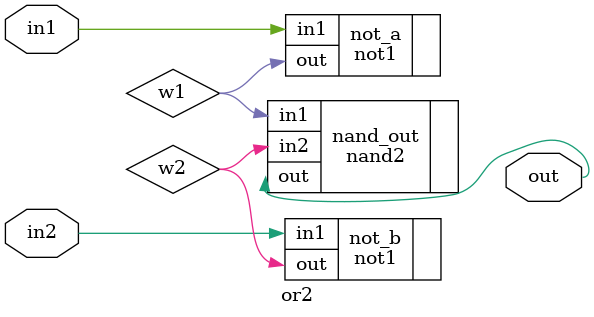
<source format=v>
/*
    CS/ECE 552 Spring '22
    Homework #1, Problem 2

    2 input OR
*/
module or2 (out,in1,in2);
    output out;
    input in1,in2;
    wire w1, w2;

    not1 not_a (.out(w1), .in1(in1));
    not1 not_b (.out(w2), .in1(in2));
    nand2 nand_out (.out(out), .in1(w1), .in2(w2));
endmodule

</source>
